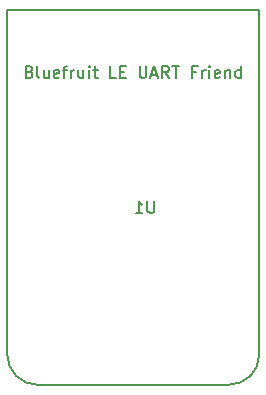
<source format=gbr>
G04 #@! TF.FileFunction,Legend,Bot*
%FSLAX46Y46*%
G04 Gerber Fmt 4.6, Leading zero omitted, Abs format (unit mm)*
G04 Created by KiCad (PCBNEW 4.0.6) date 03/20/17 19:24:42*
%MOMM*%
%LPD*%
G01*
G04 APERTURE LIST*
%ADD10C,0.100000*%
%ADD11C,0.150000*%
G04 APERTURE END LIST*
D10*
D11*
X130152285Y-122356571D02*
X130295142Y-122404190D01*
X130342761Y-122451810D01*
X130390380Y-122547048D01*
X130390380Y-122689905D01*
X130342761Y-122785143D01*
X130295142Y-122832762D01*
X130199904Y-122880381D01*
X129818951Y-122880381D01*
X129818951Y-121880381D01*
X130152285Y-121880381D01*
X130247523Y-121928000D01*
X130295142Y-121975619D01*
X130342761Y-122070857D01*
X130342761Y-122166095D01*
X130295142Y-122261333D01*
X130247523Y-122308952D01*
X130152285Y-122356571D01*
X129818951Y-122356571D01*
X130961808Y-122880381D02*
X130866570Y-122832762D01*
X130818951Y-122737524D01*
X130818951Y-121880381D01*
X131771333Y-122213714D02*
X131771333Y-122880381D01*
X131342761Y-122213714D02*
X131342761Y-122737524D01*
X131390380Y-122832762D01*
X131485618Y-122880381D01*
X131628476Y-122880381D01*
X131723714Y-122832762D01*
X131771333Y-122785143D01*
X132628476Y-122832762D02*
X132533238Y-122880381D01*
X132342761Y-122880381D01*
X132247523Y-122832762D01*
X132199904Y-122737524D01*
X132199904Y-122356571D01*
X132247523Y-122261333D01*
X132342761Y-122213714D01*
X132533238Y-122213714D01*
X132628476Y-122261333D01*
X132676095Y-122356571D01*
X132676095Y-122451810D01*
X132199904Y-122547048D01*
X132961809Y-122213714D02*
X133342761Y-122213714D01*
X133104666Y-122880381D02*
X133104666Y-122023238D01*
X133152285Y-121928000D01*
X133247523Y-121880381D01*
X133342761Y-121880381D01*
X133676095Y-122880381D02*
X133676095Y-122213714D01*
X133676095Y-122404190D02*
X133723714Y-122308952D01*
X133771333Y-122261333D01*
X133866571Y-122213714D01*
X133961810Y-122213714D01*
X134723715Y-122213714D02*
X134723715Y-122880381D01*
X134295143Y-122213714D02*
X134295143Y-122737524D01*
X134342762Y-122832762D01*
X134438000Y-122880381D01*
X134580858Y-122880381D01*
X134676096Y-122832762D01*
X134723715Y-122785143D01*
X135199905Y-122880381D02*
X135199905Y-122213714D01*
X135199905Y-121880381D02*
X135152286Y-121928000D01*
X135199905Y-121975619D01*
X135247524Y-121928000D01*
X135199905Y-121880381D01*
X135199905Y-121975619D01*
X135533238Y-122213714D02*
X135914190Y-122213714D01*
X135676095Y-121880381D02*
X135676095Y-122737524D01*
X135723714Y-122832762D01*
X135818952Y-122880381D01*
X135914190Y-122880381D01*
X137485620Y-122880381D02*
X137009429Y-122880381D01*
X137009429Y-121880381D01*
X137818953Y-122356571D02*
X138152287Y-122356571D01*
X138295144Y-122880381D02*
X137818953Y-122880381D01*
X137818953Y-121880381D01*
X138295144Y-121880381D01*
X139485620Y-121880381D02*
X139485620Y-122689905D01*
X139533239Y-122785143D01*
X139580858Y-122832762D01*
X139676096Y-122880381D01*
X139866573Y-122880381D01*
X139961811Y-122832762D01*
X140009430Y-122785143D01*
X140057049Y-122689905D01*
X140057049Y-121880381D01*
X140485620Y-122594667D02*
X140961811Y-122594667D01*
X140390382Y-122880381D02*
X140723715Y-121880381D01*
X141057049Y-122880381D01*
X141961811Y-122880381D02*
X141628477Y-122404190D01*
X141390382Y-122880381D02*
X141390382Y-121880381D01*
X141771335Y-121880381D01*
X141866573Y-121928000D01*
X141914192Y-121975619D01*
X141961811Y-122070857D01*
X141961811Y-122213714D01*
X141914192Y-122308952D01*
X141866573Y-122356571D01*
X141771335Y-122404190D01*
X141390382Y-122404190D01*
X142247525Y-121880381D02*
X142818954Y-121880381D01*
X142533239Y-122880381D02*
X142533239Y-121880381D01*
X144247526Y-122356571D02*
X143914192Y-122356571D01*
X143914192Y-122880381D02*
X143914192Y-121880381D01*
X144390383Y-121880381D01*
X144771335Y-122880381D02*
X144771335Y-122213714D01*
X144771335Y-122404190D02*
X144818954Y-122308952D01*
X144866573Y-122261333D01*
X144961811Y-122213714D01*
X145057050Y-122213714D01*
X145390383Y-122880381D02*
X145390383Y-122213714D01*
X145390383Y-121880381D02*
X145342764Y-121928000D01*
X145390383Y-121975619D01*
X145438002Y-121928000D01*
X145390383Y-121880381D01*
X145390383Y-121975619D01*
X146247526Y-122832762D02*
X146152288Y-122880381D01*
X145961811Y-122880381D01*
X145866573Y-122832762D01*
X145818954Y-122737524D01*
X145818954Y-122356571D01*
X145866573Y-122261333D01*
X145961811Y-122213714D01*
X146152288Y-122213714D01*
X146247526Y-122261333D01*
X146295145Y-122356571D01*
X146295145Y-122451810D01*
X145818954Y-122547048D01*
X146723716Y-122213714D02*
X146723716Y-122880381D01*
X146723716Y-122308952D02*
X146771335Y-122261333D01*
X146866573Y-122213714D01*
X147009431Y-122213714D01*
X147104669Y-122261333D01*
X147152288Y-122356571D01*
X147152288Y-122880381D01*
X148057050Y-122880381D02*
X148057050Y-121880381D01*
X148057050Y-122832762D02*
X147961812Y-122880381D01*
X147771335Y-122880381D01*
X147676097Y-122832762D01*
X147628478Y-122785143D01*
X147580859Y-122689905D01*
X147580859Y-122404190D01*
X147628478Y-122308952D01*
X147676097Y-122261333D01*
X147771335Y-122213714D01*
X147961812Y-122213714D01*
X148057050Y-122261333D01*
X130810000Y-148844000D02*
X147066000Y-148844000D01*
X128270000Y-117094000D02*
X128270000Y-146304000D01*
X149606000Y-117094000D02*
X128270000Y-117094000D01*
X130810000Y-148844000D02*
G75*
G02X128270000Y-146304000I0J2540000D01*
G01*
X149606000Y-146304000D02*
G75*
G02X147066000Y-148844000I-2540000J0D01*
G01*
X149606000Y-117094000D02*
X149606000Y-146304000D01*
X140715905Y-133310381D02*
X140715905Y-134119905D01*
X140668286Y-134215143D01*
X140620667Y-134262762D01*
X140525429Y-134310381D01*
X140334952Y-134310381D01*
X140239714Y-134262762D01*
X140192095Y-134215143D01*
X140144476Y-134119905D01*
X140144476Y-133310381D01*
X139144476Y-134310381D02*
X139715905Y-134310381D01*
X139430191Y-134310381D02*
X139430191Y-133310381D01*
X139525429Y-133453238D01*
X139620667Y-133548476D01*
X139715905Y-133596095D01*
M02*

</source>
